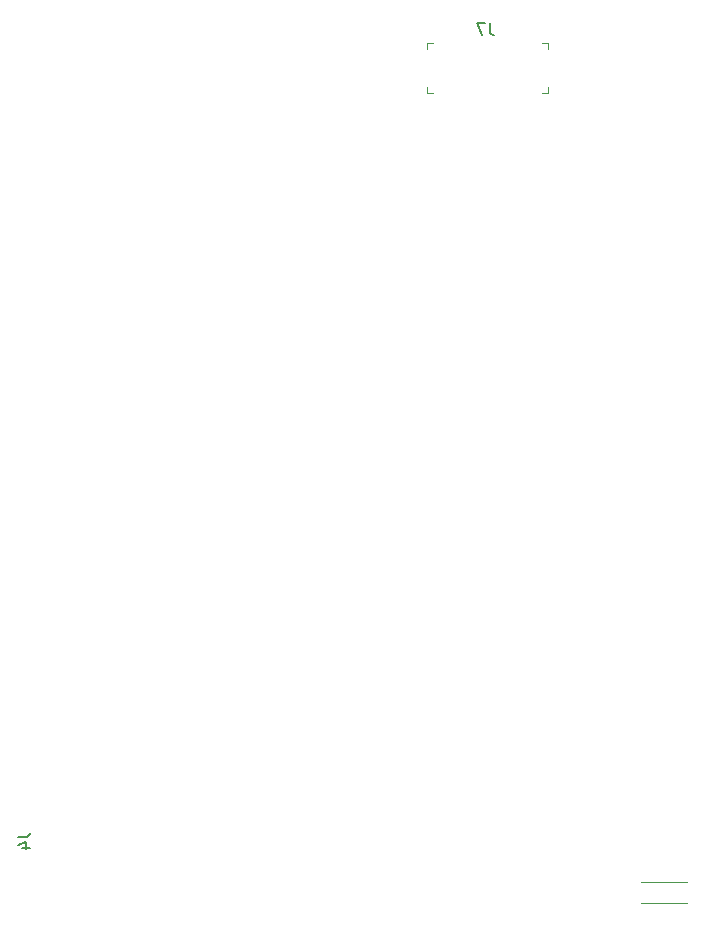
<source format=gbr>
%TF.GenerationSoftware,KiCad,Pcbnew,(6.0.2)*%
%TF.CreationDate,2022-03-14T20:10:21-04:00*%
%TF.ProjectId,Sedna_Hardware,5365646e-615f-4486-9172-64776172652e,1*%
%TF.SameCoordinates,Original*%
%TF.FileFunction,Legend,Bot*%
%TF.FilePolarity,Positive*%
%FSLAX46Y46*%
G04 Gerber Fmt 4.6, Leading zero omitted, Abs format (unit mm)*
G04 Created by KiCad (PCBNEW (6.0.2)) date 2022-03-14 20:10:21*
%MOMM*%
%LPD*%
G01*
G04 APERTURE LIST*
%ADD10C,0.150000*%
%ADD11C,0.100000*%
%ADD12C,0.120000*%
G04 APERTURE END LIST*
D10*
%TO.C,J4*%
X113981380Y-124853666D02*
X114695666Y-124853666D01*
X114838523Y-124806047D01*
X114933761Y-124710809D01*
X114981380Y-124567952D01*
X114981380Y-124472714D01*
X114314714Y-125758428D02*
X114981380Y-125758428D01*
X113933761Y-125520333D02*
X114648047Y-125282238D01*
X114648047Y-125901285D01*
%TO.C,J7*%
X153883333Y-55952380D02*
X153883333Y-56666666D01*
X153930952Y-56809523D01*
X154026190Y-56904761D01*
X154169047Y-56952380D01*
X154264285Y-56952380D01*
X153502380Y-55952380D02*
X152835714Y-55952380D01*
X153264285Y-56952380D01*
D11*
X148600000Y-61850000D02*
X148600000Y-61350000D01*
X158800000Y-61850000D02*
X158800000Y-61350000D01*
X148600000Y-57650000D02*
X149100000Y-57650000D01*
X148600000Y-61850000D02*
X149100000Y-61850000D01*
X158800000Y-57650000D02*
X158800000Y-58150000D01*
X148600000Y-57650000D02*
X148600000Y-58150000D01*
X158800000Y-57650000D02*
X158300000Y-57650000D01*
X158800000Y-61850000D02*
X158300000Y-61850000D01*
D12*
%TO.C,R6*%
X170581000Y-130460000D02*
X166741000Y-130460000D01*
X170581000Y-128620000D02*
X166741000Y-128620000D01*
%TD*%
M02*

</source>
